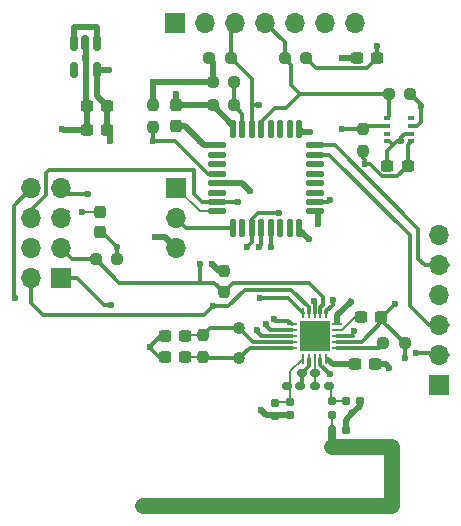
<source format=gbr>
%TF.GenerationSoftware,KiCad,Pcbnew,8.0.4*%
%TF.CreationDate,2024-11-27T18:51:44-06:00*%
%TF.ProjectId,TempReader_w_I2C.kicad_sch,54656d70-5265-4616-9465-725f775f4932,rev?*%
%TF.SameCoordinates,Original*%
%TF.FileFunction,Copper,L1,Top*%
%TF.FilePolarity,Positive*%
%FSLAX46Y46*%
G04 Gerber Fmt 4.6, Leading zero omitted, Abs format (unit mm)*
G04 Created by KiCad (PCBNEW 8.0.4) date 2024-11-27 18:51:44*
%MOMM*%
%LPD*%
G01*
G04 APERTURE LIST*
G04 Aperture macros list*
%AMRoundRect*
0 Rectangle with rounded corners*
0 $1 Rounding radius*
0 $2 $3 $4 $5 $6 $7 $8 $9 X,Y pos of 4 corners*
0 Add a 4 corners polygon primitive as box body*
4,1,4,$2,$3,$4,$5,$6,$7,$8,$9,$2,$3,0*
0 Add four circle primitives for the rounded corners*
1,1,$1+$1,$2,$3*
1,1,$1+$1,$4,$5*
1,1,$1+$1,$6,$7*
1,1,$1+$1,$8,$9*
0 Add four rect primitives between the rounded corners*
20,1,$1+$1,$2,$3,$4,$5,0*
20,1,$1+$1,$4,$5,$6,$7,0*
20,1,$1+$1,$6,$7,$8,$9,0*
20,1,$1+$1,$8,$9,$2,$3,0*%
G04 Aperture macros list end*
%TA.AperFunction,SMDPad,CuDef*%
%ADD10RoundRect,0.237500X0.237500X-0.300000X0.237500X0.300000X-0.237500X0.300000X-0.237500X-0.300000X0*%
%TD*%
%TA.AperFunction,SMDPad,CuDef*%
%ADD11RoundRect,0.062500X-0.062500X0.350000X-0.062500X-0.350000X0.062500X-0.350000X0.062500X0.350000X0*%
%TD*%
%TA.AperFunction,SMDPad,CuDef*%
%ADD12RoundRect,0.062500X-0.350000X0.062500X-0.350000X-0.062500X0.350000X-0.062500X0.350000X0.062500X0*%
%TD*%
%TA.AperFunction,HeatsinkPad*%
%ADD13R,2.500000X2.500000*%
%TD*%
%TA.AperFunction,SMDPad,CuDef*%
%ADD14RoundRect,0.160000X0.222500X0.160000X-0.222500X0.160000X-0.222500X-0.160000X0.222500X-0.160000X0*%
%TD*%
%TA.AperFunction,SMDPad,CuDef*%
%ADD15RoundRect,0.237500X-0.250000X-0.237500X0.250000X-0.237500X0.250000X0.237500X-0.250000X0.237500X0*%
%TD*%
%TA.AperFunction,SMDPad,CuDef*%
%ADD16RoundRect,0.237500X0.300000X0.237500X-0.300000X0.237500X-0.300000X-0.237500X0.300000X-0.237500X0*%
%TD*%
%TA.AperFunction,SMDPad,CuDef*%
%ADD17RoundRect,0.237500X0.250000X0.237500X-0.250000X0.237500X-0.250000X-0.237500X0.250000X-0.237500X0*%
%TD*%
%TA.AperFunction,SMDPad,CuDef*%
%ADD18RoundRect,0.155000X0.155000X-0.212500X0.155000X0.212500X-0.155000X0.212500X-0.155000X-0.212500X0*%
%TD*%
%TA.AperFunction,SMDPad,CuDef*%
%ADD19RoundRect,0.155000X-0.155000X0.212500X-0.155000X-0.212500X0.155000X-0.212500X0.155000X0.212500X0*%
%TD*%
%TA.AperFunction,ComponentPad*%
%ADD20R,1.700000X1.700000*%
%TD*%
%TA.AperFunction,ComponentPad*%
%ADD21O,1.700000X1.700000*%
%TD*%
%TA.AperFunction,SMDPad,CuDef*%
%ADD22RoundRect,0.125000X-0.625000X-0.125000X0.625000X-0.125000X0.625000X0.125000X-0.625000X0.125000X0*%
%TD*%
%TA.AperFunction,SMDPad,CuDef*%
%ADD23RoundRect,0.125000X-0.125000X-0.625000X0.125000X-0.625000X0.125000X0.625000X-0.125000X0.625000X0*%
%TD*%
%TA.AperFunction,SMDPad,CuDef*%
%ADD24RoundRect,0.155000X-0.212500X-0.155000X0.212500X-0.155000X0.212500X0.155000X-0.212500X0.155000X0*%
%TD*%
%TA.AperFunction,ComponentPad*%
%ADD25C,1.030000*%
%TD*%
%TA.AperFunction,SMDPad,CuDef*%
%ADD26RoundRect,0.237500X-0.237500X0.250000X-0.237500X-0.250000X0.237500X-0.250000X0.237500X0.250000X0*%
%TD*%
%TA.AperFunction,SMDPad,CuDef*%
%ADD27RoundRect,0.150000X-0.150000X0.512500X-0.150000X-0.512500X0.150000X-0.512500X0.150000X0.512500X0*%
%TD*%
%TA.AperFunction,SMDPad,CuDef*%
%ADD28R,0.500000X0.350000*%
%TD*%
%TA.AperFunction,SMDPad,CuDef*%
%ADD29RoundRect,0.160000X-0.222500X-0.160000X0.222500X-0.160000X0.222500X0.160000X-0.222500X0.160000X0*%
%TD*%
%TA.AperFunction,SMDPad,CuDef*%
%ADD30RoundRect,0.237500X0.237500X-0.250000X0.237500X0.250000X-0.237500X0.250000X-0.237500X-0.250000X0*%
%TD*%
%TA.AperFunction,SMDPad,CuDef*%
%ADD31RoundRect,0.237500X-0.237500X0.300000X-0.237500X-0.300000X0.237500X-0.300000X0.237500X0.300000X0*%
%TD*%
%TA.AperFunction,ViaPad*%
%ADD32C,0.600000*%
%TD*%
%TA.AperFunction,Conductor*%
%ADD33C,0.500000*%
%TD*%
%TA.AperFunction,Conductor*%
%ADD34C,0.200000*%
%TD*%
%TA.AperFunction,Conductor*%
%ADD35C,0.300000*%
%TD*%
%TA.AperFunction,Conductor*%
%ADD36C,0.203200*%
%TD*%
%TA.AperFunction,Conductor*%
%ADD37C,0.666600*%
%TD*%
%TA.AperFunction,Conductor*%
%ADD38C,1.333200*%
%TD*%
G04 APERTURE END LIST*
D10*
%TO.P,C9,1*%
%TO.N,+3V3*%
X170000000Y-81725000D03*
%TO.P,C9,2*%
%TO.N,GND1*%
X170000000Y-80000000D03*
%TD*%
D11*
%TO.P,NRF24L01+1,1,CE*%
%TO.N,NRF_CE*%
X182700000Y-97562500D03*
%TO.P,NRF24L01+1,2,CSN*%
%TO.N,CS_NRF*%
X182200000Y-97562500D03*
%TO.P,NRF24L01+1,3,SCK*%
%TO.N,SPI_SCK*%
X181700000Y-97562500D03*
%TO.P,NRF24L01+1,4,MOSI*%
%TO.N,SPI_MOSI*%
X181200000Y-97562500D03*
%TO.P,NRF24L01+1,5,MISO*%
%TO.N,SPI_MISO*%
X180700000Y-97562500D03*
D12*
%TO.P,NRF24L01+1,6,IRQ*%
%TO.N,NRF_IRQ*%
X179762500Y-98500000D03*
%TO.P,NRF24L01+1,7,VDD*%
%TO.N,+3V3*%
X179762500Y-99000000D03*
%TO.P,NRF24L01+1,8,VSS*%
%TO.N,GND1*%
X179762500Y-99500000D03*
%TO.P,NRF24L01+1,9,XC2*%
%TO.N,Net-(NRF24L01+1-XC2)*%
X179762500Y-100000000D03*
%TO.P,NRF24L01+1,10,XC1*%
%TO.N,Net-(NRF24L01+1-XC1)*%
X179762500Y-100500000D03*
D11*
%TO.P,NRF24L01+1,11,VDD_PA*%
%TO.N,Net-(NRF24L01+1-VDD_PA)*%
X180700000Y-101437500D03*
%TO.P,NRF24L01+1,12,ANT1*%
%TO.N,Net-(NRF24L01+1-ANT1)*%
X181200000Y-101437500D03*
%TO.P,NRF24L01+1,13,ANT2*%
%TO.N,Net-(NRF24L01+1-ANT2)*%
X181700000Y-101437500D03*
%TO.P,NRF24L01+1,14,VSS*%
%TO.N,GND1*%
X182200000Y-101437500D03*
%TO.P,NRF24L01+1,15,VDD*%
%TO.N,+3V3*%
X182700000Y-101437500D03*
D12*
%TO.P,NRF24L01+1,16,IREF*%
%TO.N,Net-(NRF24L01+1-IREF)*%
X183637500Y-100500000D03*
%TO.P,NRF24L01+1,17,VSS*%
%TO.N,GND1*%
X183637500Y-100000000D03*
%TO.P,NRF24L01+1,18,VDD*%
%TO.N,+3V3*%
X183637500Y-99500000D03*
%TO.P,NRF24L01+1,19,DVDD*%
%TO.N,Net-(NRF24L01+1-DVDD)*%
X183637500Y-99000000D03*
%TO.P,NRF24L01+1,20,VSS*%
%TO.N,GND1*%
X183637500Y-98500000D03*
D13*
%TO.P,NRF24L01+1,21*%
%TO.N,N/C*%
X181700000Y-99500000D03*
%TD*%
D14*
%TO.P,L2,1,1*%
%TO.N,Net-(NRF24L01+1-ANT1)*%
X180475000Y-103740000D03*
%TO.P,L2,2,2*%
%TO.N,Net-(NRF24L01+1-VDD_PA)*%
X179330000Y-103740000D03*
%TD*%
D15*
%TO.P,R1,1*%
%TO.N,Net-(NRF24L01+1-IREF)*%
X187500000Y-100125000D03*
%TO.P,R1,2*%
%TO.N,GND1*%
X189325000Y-100125000D03*
%TD*%
D16*
%TO.P,C4,1*%
%TO.N,+3V3*%
X189600000Y-85087500D03*
%TO.P,C4,2*%
%TO.N,GND1*%
X187875000Y-85087500D03*
%TD*%
D17*
%TO.P,R5,1*%
%TO.N,Net-(STM32F030R8-BOOT0)*%
X174912500Y-80000000D03*
%TO.P,R5,2*%
%TO.N,GND1*%
X173087500Y-80000000D03*
%TD*%
D16*
%TO.P,C1,1*%
%TO.N,+3V3*%
X164125000Y-82075000D03*
%TO.P,C1,2*%
%TO.N,GND1*%
X162400000Y-82075000D03*
%TD*%
%TO.P,C3,1*%
%TO.N,GND1*%
X186825000Y-101925000D03*
%TO.P,C3,2*%
%TO.N,+3V3*%
X185100000Y-101925000D03*
%TD*%
D18*
%TO.P,C11,1*%
%TO.N,GND1*%
X178360000Y-106295000D03*
%TO.P,C11,2*%
%TO.N,Net-(NRF24L01+1-VDD_PA)*%
X178360000Y-105160000D03*
%TD*%
D19*
%TO.P,C5,1*%
%TO.N,Net-(C12-Pad1)*%
X183200000Y-105050000D03*
%TO.P,C5,2*%
%TO.N,50 O out*%
X183200000Y-106185000D03*
%TD*%
D20*
%TO.P,J2,1,Pin_1*%
%TO.N,unconnected-(J2-Pin_1-Pad1)*%
X169920000Y-73000000D03*
D21*
%TO.P,J2,2,Pin_2*%
%TO.N,unconnected-(J2-Pin_2-Pad2)*%
X172460000Y-73000000D03*
%TO.P,J2,3,Pin_3*%
%TO.N,I2C_SDA*%
X175000000Y-73000000D03*
%TO.P,J2,4,Pin_4*%
%TO.N,I2C_SCL*%
X177540000Y-73000000D03*
%TO.P,J2,5,Pin_5*%
%TO.N,GND1*%
X180080000Y-73000000D03*
%TO.P,J2,6,Pin_6*%
%TO.N,unconnected-(J2-Pin_6-Pad6)*%
X182620000Y-73000000D03*
%TO.P,J2,7,Pin_7*%
%TO.N,+3V3*%
X185160000Y-73000000D03*
%TD*%
D16*
%TO.P,C13,1*%
%TO.N,GND1*%
X187325000Y-97875000D03*
%TO.P,C13,2*%
%TO.N,Net-(NRF24L01+1-DVDD)*%
X185600000Y-97875000D03*
%TD*%
D15*
%TO.P,R9,1*%
%TO.N,+3V3*%
X172795000Y-76000000D03*
%TO.P,R9,2*%
%TO.N,I2C_SDA*%
X174620000Y-76000000D03*
%TD*%
D22*
%TO.P,STM32F030R8,1,VDD*%
%TO.N,+3V3*%
X173425000Y-83375000D03*
%TO.P,STM32F030R8,2,PF0*%
%TO.N,unconnected-(STM32F030R8-PF0-Pad2)*%
X173425000Y-84175000D03*
%TO.P,STM32F030R8,3,PF1*%
%TO.N,unconnected-(STM32F030R8-PF1-Pad3)*%
X173425000Y-84975000D03*
%TO.P,STM32F030R8,4,NRST*%
%TO.N,NRST*%
X173425000Y-85775000D03*
%TO.P,STM32F030R8,5,VDDA*%
%TO.N,+3V3*%
X173425000Y-86575000D03*
%TO.P,STM32F030R8,6,PA0*%
%TO.N,unconnected-(STM32F030R8-PA0-Pad6)*%
X173425000Y-87375000D03*
%TO.P,STM32F030R8,7,PA1*%
%TO.N,NRF_CE*%
X173425000Y-88175000D03*
%TO.P,STM32F030R8,8,PA2*%
%TO.N,UART_TX*%
X173425000Y-88975000D03*
D23*
%TO.P,STM32F030R8,9,PA3*%
%TO.N,UART_RX*%
X174800000Y-90350000D03*
%TO.P,STM32F030R8,10,PA4*%
%TO.N,unconnected-(STM32F030R8-PA4-Pad10)*%
X175600000Y-90350000D03*
%TO.P,STM32F030R8,11,PA5*%
%TO.N,SPI_SCK*%
X176400000Y-90350000D03*
%TO.P,STM32F030R8,12,PA6*%
%TO.N,SPI_MISO*%
X177200000Y-90350000D03*
%TO.P,STM32F030R8,13,PA7*%
%TO.N,SPI_MOSI*%
X178000000Y-90350000D03*
%TO.P,STM32F030R8,14,PB0*%
%TO.N,unconnected-(STM32F030R8-PB0-Pad14)*%
X178800000Y-90350000D03*
%TO.P,STM32F030R8,15,PB1*%
%TO.N,unconnected-(STM32F030R8-PB1-Pad15)*%
X179600000Y-90350000D03*
%TO.P,STM32F030R8,16,VSS*%
%TO.N,GND1*%
X180400000Y-90350000D03*
D22*
%TO.P,STM32F030R8,17,VDD*%
%TO.N,+3V3*%
X181775000Y-88975000D03*
%TO.P,STM32F030R8,18,PA8*%
%TO.N,NRF_IRQ*%
X181775000Y-88175000D03*
%TO.P,STM32F030R8,19,PA9*%
%TO.N,unconnected-(STM32F030R8-PA9-Pad19)*%
X181775000Y-87375000D03*
%TO.P,STM32F030R8,20,PA10*%
%TO.N,unconnected-(STM32F030R8-PA10-Pad20)*%
X181775000Y-86575000D03*
%TO.P,STM32F030R8,21,PA11*%
%TO.N,unconnected-(STM32F030R8-PA11-Pad21)*%
X181775000Y-85775000D03*
%TO.P,STM32F030R8,22,PA12*%
%TO.N,unconnected-(STM32F030R8-PA12-Pad22)*%
X181775000Y-84975000D03*
%TO.P,STM32F030R8,23,PA13*%
%TO.N,SW_DIO*%
X181775000Y-84175000D03*
%TO.P,STM32F030R8,24,PA14*%
%TO.N,SW_CLK*%
X181775000Y-83375000D03*
D23*
%TO.P,STM32F030R8,25,PA15*%
%TO.N,CS_NRF*%
X180400000Y-82000000D03*
%TO.P,STM32F030R8,26,PB3*%
%TO.N,unconnected-(STM32F030R8-PB3-Pad26)*%
X179600000Y-82000000D03*
%TO.P,STM32F030R8,27,PB4*%
%TO.N,unconnected-(STM32F030R8-PB4-Pad27)*%
X178800000Y-82000000D03*
%TO.P,STM32F030R8,28,PB5*%
%TO.N,unconnected-(STM32F030R8-PB5-Pad28)*%
X178000000Y-82000000D03*
%TO.P,STM32F030R8,29,PB6*%
%TO.N,I2C_SCL*%
X177200000Y-82000000D03*
%TO.P,STM32F030R8,30,PB7*%
%TO.N,I2C_SDA*%
X176400000Y-82000000D03*
%TO.P,STM32F030R8,31,BOOT0*%
%TO.N,Net-(STM32F030R8-BOOT0)*%
X175600000Y-82000000D03*
%TO.P,STM32F030R8,32,VSS*%
%TO.N,GND1*%
X174800000Y-82000000D03*
%TD*%
D16*
%TO.P,C2,1*%
%TO.N,+3V3*%
X164125000Y-80075000D03*
%TO.P,C2,2*%
%TO.N,GND1*%
X162400000Y-80075000D03*
%TD*%
D24*
%TO.P,C6,1*%
%TO.N,50 O out*%
X183205000Y-107440000D03*
%TO.P,C6,2*%
%TO.N,GND1*%
X184340000Y-107440000D03*
%TD*%
D20*
%TO.P,UART1,1,Pin_1*%
%TO.N,UART_TX*%
X170000000Y-87000000D03*
D21*
%TO.P,UART1,2,Pin_2*%
%TO.N,UART_RX*%
X170000000Y-89540000D03*
%TO.P,UART1,3,Pin_3*%
%TO.N,GND1*%
X170000000Y-92080000D03*
%TD*%
D25*
%TO.P,Y1,1,1*%
%TO.N,Net-(NRF24L01+1-XC2)*%
X175325000Y-98875000D03*
%TO.P,Y1,2,2*%
%TO.N,Net-(NRF24L01+1-XC1)*%
X175325000Y-101375000D03*
%TD*%
D16*
%TO.P,C8,1*%
%TO.N,+3V3*%
X187000000Y-76000000D03*
%TO.P,C8,2*%
%TO.N,GND1*%
X185275000Y-76000000D03*
%TD*%
D18*
%TO.P,C10,1*%
%TO.N,GND1*%
X179590000Y-106245000D03*
%TO.P,C10,2*%
%TO.N,Net-(NRF24L01+1-VDD_PA)*%
X179590000Y-105110000D03*
%TD*%
D15*
%TO.P,R4,1*%
%TO.N,+3V3*%
X173087500Y-78000000D03*
%TO.P,R4,2*%
%TO.N,Net-(STM32F030R8-BOOT0)*%
X174912500Y-78000000D03*
%TD*%
D26*
%TO.P,R3,1*%
%TO.N,+3V3*%
X168000000Y-80000000D03*
%TO.P,R3,2*%
%TO.N,NRST*%
X168000000Y-81825000D03*
%TD*%
D27*
%TO.P,U5,1,IN*%
%TO.N,PowerIn*%
X163250000Y-74750000D03*
%TO.P,U5,2,GND*%
%TO.N,GND1*%
X162300000Y-74750000D03*
%TO.P,U5,3,EN*%
%TO.N,PowerIn*%
X161350000Y-74750000D03*
%TO.P,U5,4,BP*%
%TO.N,unconnected-(U5-BP-Pad4)*%
X161350000Y-77025000D03*
%TO.P,U5,5,OUT*%
%TO.N,+3V3*%
X163250000Y-77025000D03*
%TD*%
D14*
%TO.P,L3,1,1*%
%TO.N,Net-(C12-Pad1)*%
X182905000Y-103730000D03*
%TO.P,L3,2,2*%
%TO.N,Net-(NRF24L01+1-ANT2)*%
X181760000Y-103730000D03*
%TD*%
D28*
%TO.P,BME280,1,GND*%
%TO.N,GND1*%
X187825000Y-83037500D03*
%TO.P,BME280,2,CSB*%
%TO.N,unconnected-(BME280-CSB-Pad2)*%
X187825000Y-82387500D03*
%TO.P,BME280,3,SDI*%
%TO.N,I2C_SDA*%
X187825000Y-81737500D03*
%TO.P,BME280,4,SCK*%
%TO.N,I2C_SCL*%
X187825000Y-81087500D03*
%TO.P,BME280,5,SDO*%
%TO.N,unconnected-(BME280-SDO-Pad5)*%
X189875000Y-81087500D03*
%TO.P,BME280,6,VDDIO*%
%TO.N,+3V3*%
X189875000Y-81737500D03*
%TO.P,BME280,7,GND*%
%TO.N,GND1*%
X189875000Y-82387500D03*
%TO.P,BME280,8,VDD*%
%TO.N,+3V3*%
X189875000Y-83037500D03*
%TD*%
D29*
%TO.P,L1,1,1*%
%TO.N,Net-(NRF24L01+1-ANT1)*%
X180620000Y-102620000D03*
%TO.P,L1,2,2*%
%TO.N,Net-(NRF24L01+1-ANT2)*%
X181765000Y-102620000D03*
%TD*%
D17*
%TO.P,R11,1*%
%TO.N,+3V3*%
X165000000Y-93000000D03*
%TO.P,R11,2*%
%TO.N,CS_NRF*%
X163175000Y-93000000D03*
%TD*%
D24*
%TO.P,C12,1*%
%TO.N,Net-(C12-Pad1)*%
X184385000Y-105060000D03*
%TO.P,C12,2*%
%TO.N,GND1*%
X185520000Y-105060000D03*
%TD*%
D20*
%TO.P,J1,1,Pin_1*%
%TO.N,NRF_IRQ*%
X160275000Y-94620000D03*
D21*
%TO.P,J1,2,Pin_2*%
%TO.N,SPI_MOSI*%
X157735000Y-94620000D03*
%TO.P,J1,3,Pin_3*%
%TO.N,CS_NRF*%
X160275000Y-92080000D03*
%TO.P,J1,4,Pin_4*%
%TO.N,+3V3*%
X157735000Y-92080000D03*
%TO.P,J1,5,Pin_5*%
%TO.N,GND1*%
X160275000Y-89540000D03*
%TO.P,J1,6,Pin_6*%
%TO.N,NRF_CE*%
X157735000Y-89540000D03*
%TO.P,J1,7,Pin_7*%
%TO.N,SPI_SCK*%
X160275000Y-87000000D03*
%TO.P,J1,8,Pin_8*%
%TO.N,SPI_MISO*%
X157735000Y-87000000D03*
%TD*%
D30*
%TO.P,R7,1*%
%TO.N,+3V3*%
X185825000Y-83825000D03*
%TO.P,R7,2*%
%TO.N,I2C_SDA*%
X185825000Y-82000000D03*
%TD*%
D26*
%TO.P,R8,1*%
%TO.N,+3V3*%
X174000000Y-94000000D03*
%TO.P,R8,2*%
%TO.N,CS_NRF*%
X174000000Y-95825000D03*
%TD*%
%TO.P,R2,1*%
%TO.N,Net-(NRF24L01+1-XC2)*%
X172280000Y-99435000D03*
%TO.P,R2,2*%
%TO.N,Net-(NRF24L01+1-XC1)*%
X172280000Y-101260000D03*
%TD*%
D17*
%TO.P,R6,1*%
%TO.N,+3V3*%
X189825000Y-79000000D03*
%TO.P,R6,2*%
%TO.N,I2C_SCL*%
X188000000Y-79000000D03*
%TD*%
D16*
%TO.P,C15,1*%
%TO.N,Net-(NRF24L01+1-XC1)*%
X170750000Y-101340000D03*
%TO.P,C15,2*%
%TO.N,GND1*%
X169025000Y-101340000D03*
%TD*%
%TO.P,C14,1*%
%TO.N,Net-(NRF24L01+1-XC2)*%
X170750000Y-99500000D03*
%TO.P,C14,2*%
%TO.N,GND1*%
X169025000Y-99500000D03*
%TD*%
D31*
%TO.P,C7,1*%
%TO.N,GND1*%
X163500000Y-89000000D03*
%TO.P,C7,2*%
%TO.N,+3V3*%
X163500000Y-90725000D03*
%TD*%
D17*
%TO.P,R10,1*%
%TO.N,+3V3*%
X181000000Y-76000000D03*
%TO.P,R10,2*%
%TO.N,I2C_SCL*%
X179175000Y-76000000D03*
%TD*%
D20*
%TO.P,NotSure1,1,Pin_1*%
%TO.N,unconnected-(NotSure1-Pin_1-Pad1)*%
X192250000Y-103700000D03*
D21*
%TO.P,NotSure1,2,Pin_2*%
%TO.N,NRST*%
X192250000Y-101160000D03*
%TO.P,NotSure1,3,Pin_3*%
%TO.N,SW_DIO*%
X192250000Y-98620000D03*
%TO.P,NotSure1,4,Pin_4*%
%TO.N,GND1*%
X192250000Y-96080000D03*
%TO.P,NotSure1,5,Pin_5*%
%TO.N,SW_CLK*%
X192250000Y-93540000D03*
%TO.P,NotSure1,6,Pin_6*%
%TO.N,+3V3*%
X192250000Y-91000000D03*
%TD*%
D32*
%TO.N,+3V3*%
X164350000Y-83025000D03*
X186000000Y-85000000D03*
X185075000Y-99125000D03*
X164300000Y-76975000D03*
X172000000Y-83000000D03*
X168000000Y-78000000D03*
X176250000Y-87250000D03*
X173000000Y-93400000D03*
X165000000Y-92000000D03*
X187000000Y-75000000D03*
X182000000Y-90000000D03*
X183890000Y-101925000D03*
X177550000Y-98500000D03*
X190720000Y-80030000D03*
%TO.N,GND1*%
X160350000Y-82025000D03*
X176800000Y-99000000D03*
X177180000Y-105820000D03*
X184000000Y-76000000D03*
X184800000Y-96600000D03*
X188025000Y-102225000D03*
X170000000Y-79000000D03*
X188480000Y-96830000D03*
X162300000Y-75975000D03*
X189325000Y-101375000D03*
X167740000Y-100430000D03*
X162000000Y-89000000D03*
X181250000Y-91350000D03*
X189000000Y-83000000D03*
X184915000Y-106045000D03*
X182974904Y-102710000D03*
X168190000Y-91160000D03*
%TO.N,SPI_SCK*%
X178700000Y-89100000D03*
X176000000Y-92000000D03*
X162500000Y-87500000D03*
X181653296Y-96581318D03*
%TO.N,SPI_MOSI*%
X178000000Y-92000000D03*
X173100000Y-96990000D03*
%TO.N,CS_NRF*%
X181315380Y-82234620D03*
X172000000Y-93400000D03*
%TO.N,NRF_CE*%
X183240380Y-96440380D03*
X175200000Y-88200000D03*
%TO.N,SPI_MISO*%
X177000000Y-92000000D03*
X156300000Y-96300000D03*
X177083568Y-96297120D03*
%TO.N,NRF_IRQ*%
X164460000Y-96897120D03*
X178300000Y-98087500D03*
X183000000Y-88000000D03*
%TO.N,I2C_SDA*%
X184000000Y-82000000D03*
X177000000Y-80000000D03*
%TO.N,NRST*%
X190250000Y-101000000D03*
X168000000Y-83000000D03*
%TD*%
D33*
%TO.N,GND1*%
X177560000Y-106200000D02*
X177180000Y-105820000D01*
X178060000Y-106200000D02*
X177560000Y-106200000D01*
X184340000Y-106620000D02*
X184915000Y-106045000D01*
X185520000Y-105440000D02*
X185520000Y-105060000D01*
X184915000Y-106045000D02*
X185520000Y-105440000D01*
D34*
%TO.N,Net-(C12-Pad1)*%
X184375000Y-105050000D02*
X184385000Y-105060000D01*
X183200000Y-105050000D02*
X184375000Y-105050000D01*
D33*
%TO.N,+3V3*%
X183255000Y-101925000D02*
X185100000Y-101925000D01*
X182860000Y-101530000D02*
X183255000Y-101925000D01*
%TO.N,GND1*%
X183620000Y-97780000D02*
X183620000Y-98360000D01*
X184800000Y-96600000D02*
X183620000Y-97780000D01*
D35*
%TO.N,+3V3*%
X189600000Y-85087500D02*
X189600000Y-83312500D01*
X190720000Y-80030000D02*
X190720000Y-81367500D01*
X164000000Y-91000000D02*
X165000000Y-92000000D01*
D33*
X176250000Y-87250000D02*
X175575000Y-86575000D01*
D35*
X186412568Y-85000000D02*
X187412568Y-86000000D01*
D33*
X174000000Y-94000000D02*
X173600000Y-94000000D01*
X163250000Y-79200000D02*
X163250000Y-77025000D01*
D35*
X187412568Y-86000000D02*
X188687500Y-86000000D01*
X190720000Y-81367500D02*
X190350000Y-81737500D01*
D33*
X164125000Y-80075000D02*
X164125000Y-82075000D01*
X182000000Y-89000000D02*
X182000000Y-90000000D01*
D36*
X184950000Y-99250000D02*
X185075000Y-99125000D01*
D35*
X190720000Y-79895000D02*
X189825000Y-79000000D01*
D33*
X173087500Y-78000000D02*
X173077500Y-78010000D01*
X172000000Y-83000000D02*
X172375000Y-83375000D01*
D35*
X190720000Y-80030000D02*
X190720000Y-79895000D01*
X187000000Y-75000000D02*
X187000000Y-76000000D01*
D33*
X173077500Y-78010000D02*
X168010000Y-78010000D01*
D34*
X181975000Y-88975000D02*
X182000000Y-89000000D01*
X183890000Y-101925000D02*
X185100000Y-101925000D01*
D35*
X170162500Y-81875000D02*
X170000000Y-81712500D01*
D36*
X184950000Y-99500000D02*
X184950000Y-99250000D01*
D33*
X170000000Y-81725000D02*
X170725000Y-81725000D01*
X164350000Y-83025000D02*
X164350000Y-82300000D01*
X173087500Y-76292500D02*
X172795000Y-76000000D01*
D35*
X164300000Y-76975000D02*
X164250000Y-77025000D01*
X179762500Y-99000000D02*
X177950000Y-99000000D01*
X185000000Y-73160000D02*
X185160000Y-73000000D01*
X185825000Y-83825000D02*
X185825000Y-84412432D01*
D33*
X168010000Y-78010000D02*
X168000000Y-78000000D01*
D35*
X188687500Y-86000000D02*
X189600000Y-85087500D01*
X186000000Y-84587432D02*
X186000000Y-85000000D01*
D33*
X168000000Y-78000000D02*
X168000000Y-80000000D01*
D35*
X185825000Y-84412432D02*
X186000000Y-84587432D01*
D33*
X170725000Y-81725000D02*
X172000000Y-83000000D01*
D35*
X190350000Y-81737500D02*
X189875000Y-81737500D01*
X163775000Y-91000000D02*
X163500000Y-90725000D01*
D33*
X164125000Y-80075000D02*
X163250000Y-79200000D01*
D35*
X165000000Y-93000000D02*
X165000000Y-92000000D01*
X183637500Y-99500000D02*
X184950000Y-99500000D01*
D34*
X181775000Y-88975000D02*
X181975000Y-88975000D01*
D33*
X175575000Y-86575000D02*
X173425000Y-86575000D01*
X172375000Y-83375000D02*
X173425000Y-83375000D01*
D34*
X182700000Y-101437500D02*
X182717500Y-101420000D01*
D33*
X173087500Y-78000000D02*
X173087500Y-76292500D01*
D35*
X185160000Y-73000000D02*
X185160000Y-73160000D01*
X189600000Y-83312500D02*
X189875000Y-83037500D01*
X164000000Y-91000000D02*
X163775000Y-91000000D01*
D33*
X163250000Y-77025000D02*
X164300000Y-76975000D01*
D35*
X181825000Y-76825000D02*
X186175000Y-76825000D01*
D34*
X182700000Y-101437500D02*
X182797500Y-101437500D01*
D33*
X173600000Y-94000000D02*
X173000000Y-93400000D01*
D35*
X177950000Y-99000000D02*
X177575000Y-98625000D01*
X186000000Y-85000000D02*
X186412568Y-85000000D01*
X181000000Y-76000000D02*
X181825000Y-76825000D01*
X164350000Y-82300000D02*
X164125000Y-82075000D01*
X186175000Y-76825000D02*
X187000000Y-76000000D01*
%TO.N,GND1*%
X182200000Y-101935096D02*
X182974904Y-102710000D01*
X187825000Y-83037500D02*
X188037500Y-83037500D01*
X189000000Y-82712500D02*
X189325000Y-82387500D01*
X188712500Y-83000000D02*
X189000000Y-83000000D01*
X167740000Y-100410000D02*
X168650000Y-99500000D01*
D33*
X178410000Y-106245000D02*
X178360000Y-106295000D01*
D36*
X162000000Y-89000000D02*
X163500000Y-89000000D01*
D33*
X160400000Y-82075000D02*
X162400000Y-82075000D01*
D35*
X187325000Y-97875000D02*
X187435000Y-97875000D01*
X187325000Y-98125000D02*
X187325000Y-97875000D01*
D33*
X180650000Y-90750000D02*
X180750000Y-90850000D01*
D34*
X168650000Y-99500000D02*
X169025000Y-99500000D01*
D33*
X170000000Y-92080000D02*
X169080000Y-91160000D01*
D35*
X183637500Y-100000000D02*
X185700000Y-100000000D01*
X160735000Y-90000000D02*
X160275000Y-89540000D01*
X182200000Y-101437500D02*
X182200000Y-101935096D01*
X160815000Y-89000000D02*
X160275000Y-89540000D01*
X189000000Y-83000000D02*
X189000000Y-82712500D01*
X188037500Y-83037500D02*
X188356250Y-83356250D01*
D33*
X170000000Y-80000000D02*
X173087500Y-80000000D01*
D35*
X187875000Y-85087500D02*
X187875000Y-83837500D01*
D34*
X169025000Y-101340000D02*
X168570000Y-101340000D01*
D33*
X179545000Y-106200000D02*
X179590000Y-106245000D01*
D35*
X160350000Y-82025000D02*
X160400000Y-82075000D01*
X162400000Y-80075000D02*
X162350000Y-80025000D01*
X182990000Y-102710000D02*
X182974904Y-102710000D01*
X188356250Y-83356250D02*
X188712500Y-83000000D01*
X168570000Y-101340000D02*
X167690000Y-100460000D01*
X187875000Y-83837500D02*
X188356250Y-83356250D01*
X189325000Y-82387500D02*
X189875000Y-82387500D01*
D33*
X180750000Y-90850000D02*
X181250000Y-91350000D01*
D34*
X167740000Y-100430000D02*
X167740000Y-100410000D01*
D33*
X186825000Y-101925000D02*
X187725000Y-101925000D01*
D35*
X185700000Y-100000000D02*
X187450000Y-98250000D01*
D34*
X178360000Y-106295000D02*
X178360000Y-106500000D01*
D35*
X189325000Y-100125000D02*
X187450000Y-98250000D01*
X187435000Y-97875000D02*
X188480000Y-96830000D01*
D33*
X179590000Y-106245000D02*
X178410000Y-106245000D01*
X174800000Y-81712500D02*
X173087500Y-80000000D01*
D35*
X184800000Y-96600000D02*
X184700000Y-96500000D01*
D33*
X169080000Y-91160000D02*
X168190000Y-91160000D01*
D35*
X189325000Y-100125000D02*
X189325000Y-101375000D01*
X187450000Y-98250000D02*
X187325000Y-98125000D01*
D33*
X170000000Y-80000000D02*
X170000000Y-79000000D01*
X185275000Y-76000000D02*
X184000000Y-76000000D01*
X162350000Y-80025000D02*
X162350000Y-74300000D01*
D35*
X162350000Y-76025000D02*
X162300000Y-75975000D01*
D33*
X162400000Y-80075000D02*
X162400000Y-82075000D01*
D35*
X177200000Y-99500000D02*
X176825000Y-99125000D01*
X179762500Y-99500000D02*
X177200000Y-99500000D01*
D33*
X174800000Y-82000000D02*
X174800000Y-81712500D01*
D34*
X167720000Y-100430000D02*
X167740000Y-100430000D01*
D33*
X184340000Y-107440000D02*
X184340000Y-106620000D01*
D34*
X167690000Y-100460000D02*
X167720000Y-100430000D01*
D33*
X187725000Y-101925000D02*
X188025000Y-102225000D01*
D37*
%TO.N,50 O out*%
X183195000Y-107405000D02*
X183195000Y-108880000D01*
D34*
X183200000Y-107435000D02*
X183205000Y-107440000D01*
D38*
X188220000Y-108880000D02*
X188220000Y-113880000D01*
D34*
X183200000Y-106185000D02*
X183200000Y-107435000D01*
D38*
X188220000Y-108880000D02*
X183220000Y-108880000D01*
X188220000Y-113880000D02*
X167155300Y-113880000D01*
D35*
%TO.N,SPI_SCK*%
X162500000Y-87500000D02*
X160775000Y-87500000D01*
X176400000Y-90350000D02*
X176400000Y-89600001D01*
X176000000Y-92000000D02*
X176400000Y-91600000D01*
X176900001Y-89100000D02*
X178700000Y-89100000D01*
X160775000Y-87500000D02*
X160275000Y-87000000D01*
X176400000Y-89600001D02*
X176900001Y-89100000D01*
X176400000Y-91600000D02*
X176400000Y-90350000D01*
X181700000Y-97562500D02*
X181700000Y-96700000D01*
%TO.N,SPI_MOSI*%
X178000000Y-90350000D02*
X178000000Y-92000000D01*
X172350000Y-97740000D02*
X158740000Y-97740000D01*
X181200000Y-97064904D02*
X181200000Y-97562500D01*
X179735096Y-95600000D02*
X181200000Y-97064904D01*
X173100000Y-96990000D02*
X172350000Y-97740000D01*
X174410000Y-96990000D02*
X175800000Y-95600000D01*
X173100000Y-96990000D02*
X174410000Y-96990000D01*
X157735000Y-96735000D02*
X157735000Y-94620000D01*
X158740000Y-97740000D02*
X157735000Y-96735000D01*
X175800000Y-95600000D02*
X179735096Y-95600000D01*
%TO.N,CS_NRF*%
X165175000Y-95000000D02*
X163175000Y-93000000D01*
X182400000Y-96200000D02*
X182400000Y-96864904D01*
X161195000Y-93000000D02*
X160275000Y-92080000D01*
X173175000Y-95000000D02*
X173000000Y-95000000D01*
X182400000Y-96864904D02*
X182200000Y-97064904D01*
X165175000Y-95000000D02*
X172000000Y-95000000D01*
X174000000Y-95825000D02*
X173175000Y-95000000D01*
X174825000Y-95000000D02*
X181200000Y-95000000D01*
X172000000Y-93400000D02*
X172000000Y-95000000D01*
X163175000Y-93000000D02*
X161195000Y-93000000D01*
X182200000Y-97064904D02*
X182200000Y-97562500D01*
X181200000Y-95000000D02*
X182400000Y-96200000D01*
X173000000Y-95000000D02*
X172000000Y-95000000D01*
X174000000Y-95825000D02*
X174825000Y-95000000D01*
D33*
X180634620Y-82234620D02*
X180400000Y-82000000D01*
X181315380Y-82234620D02*
X180634620Y-82234620D01*
D35*
%TO.N,NRF_CE*%
X157735000Y-88832894D02*
X157735000Y-89540000D01*
X159000000Y-87567894D02*
X157735000Y-88832894D01*
X182700000Y-97400000D02*
X182700000Y-97562500D01*
X183240380Y-96440380D02*
X183240380Y-96859620D01*
X168000000Y-85500000D02*
X159250000Y-85500000D01*
X159000000Y-85750000D02*
X159000000Y-87567894D01*
X173425000Y-88175000D02*
X175175000Y-88175000D01*
X159250000Y-85500000D02*
X159000000Y-85750000D01*
X171500000Y-87500000D02*
X171500000Y-85500000D01*
X175175000Y-88175000D02*
X175200000Y-88200000D01*
X183240380Y-96859620D02*
X182700000Y-97400000D01*
X172175000Y-88175000D02*
X171500000Y-87500000D01*
X171500000Y-85500000D02*
X168000000Y-85500000D01*
X173425000Y-88175000D02*
X172175000Y-88175000D01*
%TO.N,SPI_MISO*%
X179434620Y-96297120D02*
X177083568Y-96297120D01*
X180700000Y-97562500D02*
X179434620Y-96297120D01*
X177200000Y-90350000D02*
X177200000Y-91800000D01*
X156250000Y-88485000D02*
X156250000Y-96250000D01*
X157735000Y-87000000D02*
X156250000Y-88485000D01*
X177200000Y-91800000D02*
X177000000Y-92000000D01*
X156250000Y-96250000D02*
X156300000Y-96300000D01*
%TO.N,NRF_IRQ*%
X179759300Y-98496800D02*
X179762500Y-98496800D01*
X161620000Y-94620000D02*
X160275000Y-94620000D01*
X178325000Y-98212500D02*
X179475000Y-98212500D01*
X181775000Y-88175000D02*
X182825000Y-88175000D01*
X182825000Y-88175000D02*
X183000000Y-88000000D01*
X163897120Y-96897120D02*
X161620000Y-94620000D01*
X179475000Y-98212500D02*
X179759300Y-98496800D01*
X164460000Y-96897120D02*
X163897120Y-96897120D01*
%TO.N,I2C_SDA*%
X176400000Y-77780000D02*
X176400000Y-80000000D01*
X186087500Y-81737500D02*
X187825000Y-81737500D01*
X185825000Y-82000000D02*
X186087500Y-81737500D01*
X174620000Y-76000000D02*
X176400000Y-77780000D01*
X185825000Y-82000000D02*
X184000000Y-82000000D01*
X177000000Y-80000000D02*
X176400000Y-80000000D01*
X176400000Y-80000000D02*
X176400000Y-82000000D01*
X174620000Y-73380000D02*
X175000000Y-73000000D01*
X174620000Y-76000000D02*
X174620000Y-73380000D01*
%TO.N,I2C_SCL*%
X180500000Y-79000000D02*
X179250000Y-80250000D01*
X179750000Y-76575000D02*
X179750000Y-78250000D01*
X178324784Y-80250000D02*
X177200000Y-81374784D01*
X179250000Y-80250000D02*
X178324784Y-80250000D01*
X179750000Y-78250000D02*
X180500000Y-79000000D01*
X179175000Y-74635000D02*
X177540000Y-73000000D01*
X188000000Y-79000000D02*
X188000000Y-80912500D01*
X179175000Y-76000000D02*
X179750000Y-76575000D01*
X179175000Y-76000000D02*
X179175000Y-74635000D01*
X188000000Y-80912500D02*
X187825000Y-81087500D01*
X177200000Y-81374784D02*
X177200000Y-82000000D01*
X180500000Y-79000000D02*
X188000000Y-79000000D01*
%TO.N,SW_CLK*%
X190500000Y-90447057D02*
X183427943Y-83375000D01*
X190500000Y-93000000D02*
X190500000Y-90447057D01*
X193000000Y-93540000D02*
X191040000Y-93540000D01*
X183427943Y-83375000D02*
X181775000Y-83375000D01*
X191040000Y-93540000D02*
X190500000Y-93000000D01*
%TO.N,NRST*%
X192840000Y-101000000D02*
X193000000Y-101160000D01*
X168000000Y-83000000D02*
X169900001Y-83000000D01*
X168000000Y-81825000D02*
X168000000Y-83000000D01*
X190250000Y-101000000D02*
X192840000Y-101000000D01*
X172675001Y-85775000D02*
X173425000Y-85775000D01*
X169900001Y-83000000D02*
X172675001Y-85775000D01*
%TO.N,SW_DIO*%
X182927894Y-84175000D02*
X181775000Y-84175000D01*
X191370000Y-98620000D02*
X189750000Y-97000000D01*
X189750000Y-97000000D02*
X189750000Y-90997106D01*
X193000000Y-98620000D02*
X191370000Y-98620000D01*
X189750000Y-90997106D02*
X182927894Y-84175000D01*
%TO.N,UART_RX*%
X174800000Y-90350000D02*
X170810000Y-90350000D01*
X170810000Y-90350000D02*
X170000000Y-89540000D01*
X174690000Y-90460000D02*
X174800000Y-90350000D01*
D36*
%TO.N,UART_TX*%
X171975000Y-88975000D02*
X170000000Y-87000000D01*
X173425000Y-88975000D02*
X171975000Y-88975000D01*
D33*
%TO.N,PowerIn*%
X161350000Y-73390000D02*
X161350000Y-74750000D01*
X163250000Y-73330000D02*
X161410000Y-73330000D01*
X161410000Y-73330000D02*
X161350000Y-73390000D01*
X163250000Y-74750000D02*
X163250000Y-73330000D01*
%TO.N,unconnected-(U5-BP-Pad4)*%
X161350000Y-77025000D02*
X161300000Y-76975000D01*
D35*
%TO.N,Net-(STM32F030R8-BOOT0)*%
X175600000Y-80687500D02*
X174912500Y-80000000D01*
X175600000Y-82000000D02*
X175600000Y-80687500D01*
X174912500Y-78000000D02*
X174912500Y-80000000D01*
D34*
%TO.N,Net-(NRF24L01+1-VDD_PA)*%
X180700000Y-101437500D02*
X179645000Y-102492500D01*
X179590000Y-103785000D02*
X179645000Y-103730000D01*
X178410000Y-105110000D02*
X178360000Y-105160000D01*
X179590000Y-105110000D02*
X178410000Y-105110000D01*
X179645000Y-102492500D02*
X179645000Y-103730000D01*
X179590000Y-105110000D02*
X179590000Y-103785000D01*
%TO.N,Net-(NRF24L01+1-DVDD)*%
X185325000Y-97637500D02*
X185325000Y-97739386D01*
X184064386Y-99000000D02*
X183637500Y-99000000D01*
X185325000Y-97739386D02*
X184064386Y-99000000D01*
D35*
%TO.N,Net-(NRF24L01+1-XC2)*%
X179762500Y-100000000D02*
X176450000Y-100000000D01*
X175325000Y-98875000D02*
X172840000Y-98875000D01*
D34*
X172280000Y-99435000D02*
X170815000Y-99435000D01*
D35*
X172840000Y-98875000D02*
X172280000Y-99435000D01*
D34*
X170815000Y-99435000D02*
X170750000Y-99500000D01*
D35*
X176450000Y-100000000D02*
X175325000Y-98875000D01*
D34*
%TO.N,Net-(NRF24L01+1-XC1)*%
X170830000Y-101260000D02*
X170750000Y-101340000D01*
D35*
X179762500Y-100500000D02*
X176200000Y-100500000D01*
X172395000Y-101375000D02*
X172280000Y-101260000D01*
X175325000Y-101375000D02*
X172395000Y-101375000D01*
X176200000Y-100500000D02*
X175325000Y-101375000D01*
D34*
X172280000Y-101260000D02*
X170830000Y-101260000D01*
D35*
%TO.N,Net-(NRF24L01+1-ANT1)*%
X181200000Y-102040000D02*
X180620000Y-102620000D01*
X181200000Y-101437500D02*
X181200000Y-102040000D01*
X180620000Y-102620000D02*
X180620000Y-103595000D01*
X180620000Y-103595000D02*
X180475000Y-103740000D01*
D34*
%TO.N,Net-(NRF24L01+1-ANT2)*%
X181700000Y-101437500D02*
X181700000Y-102310000D01*
X181770000Y-102380000D02*
X181770000Y-103450000D01*
X181700000Y-102310000D02*
X181770000Y-102380000D01*
D35*
%TO.N,Net-(NRF24L01+1-IREF)*%
X187125000Y-100500000D02*
X183637500Y-100500000D01*
X187500000Y-100125000D02*
X187125000Y-100500000D01*
D34*
%TO.N,Net-(C12-Pad1)*%
X183130000Y-103815000D02*
X183130000Y-104980000D01*
%TD*%
M02*

</source>
